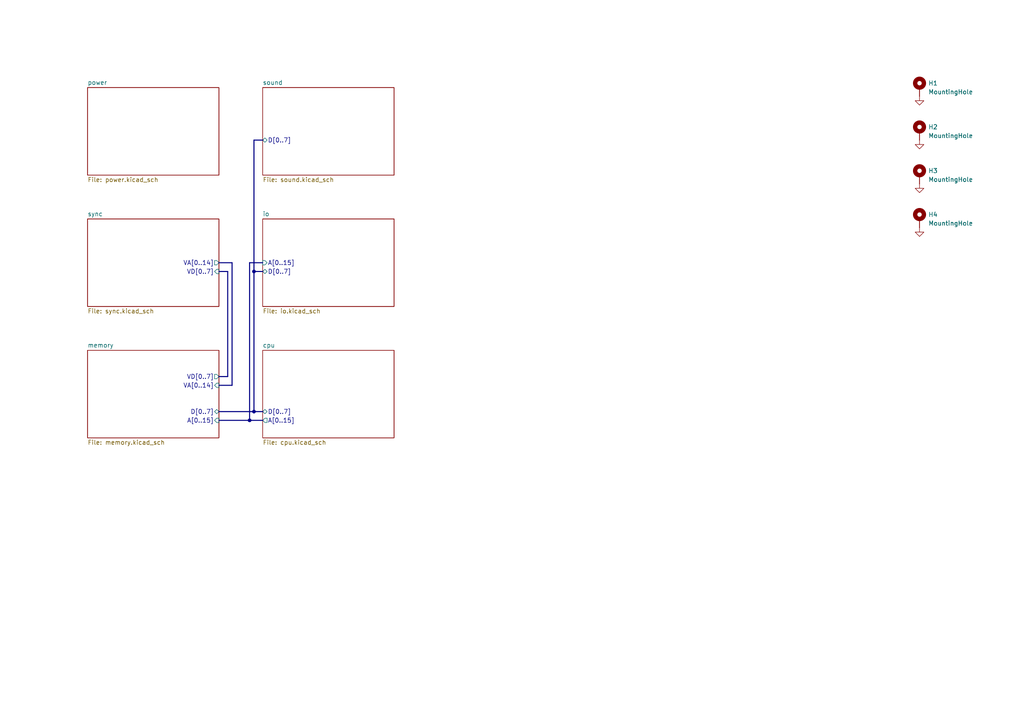
<source format=kicad_sch>
(kicad_sch (version 20230121) (generator eeschema)
  (paper "A4")
  (title_block (title "Pacific-80") (date "2023-10-11") (rev "2"))
  (lib_symbols
    (symbol "Mechanical:MountingHole_Pad" (pin_numbers hide) (pin_names (offset 1.016) hide)
      (property "Reference" "H" (at 0 6.35 0))
      (property "Value" "MountingHole_Pad" (at 0 4.445 0))
      (symbol "MountingHole_Pad_0_1"
        (circle (center 0 1.27) (radius 1.27) (stroke (width 1.27)))
      )
      (symbol "MountingHole_Pad_1_1"
        (pin input line (at 0 -2.54 90) (length 2.54) (name "1") (number "1"))
      )
    )
    (symbol "power:GND" (power) (pin_names (offset 0))
      (property "Value" "GND" (at 0 -3.81 0))
      (symbol "GND_0_1"
        (polyline (pts (xy 0 0) (xy 0 -1.27) (xy 1.27 -1.27) (xy 0 -2.54) (xy -1.27 -1.27) (xy 0 -1.27)))
      )
      (symbol "GND_1_1"
        (pin power_in line (at 0 0 270) (length 0) hide (name "GND") (number "1"))
      )
    )
  )
  (junction (at 73.66 78.74))
  (junction (at 73.66 119.38))
  (junction (at 72.39 121.92))
  (bus (pts (xy 67.31 111.76) (xy 63.5 111.76)))
  (bus (pts (xy 63.5 109.22) (xy 66.04 109.22)))
  (bus (pts (xy 66.04 109.22) (xy 66.04 78.74)))
  (bus (pts (xy 67.31 76.2) (xy 67.31 111.76)))
  (bus (pts (xy 63.5 121.92) (xy 72.39 121.92)))
  (bus (pts (xy 72.39 76.2) (xy 72.39 121.92)))
  (bus (pts (xy 73.66 40.64) (xy 76.2 40.64)))
  (bus (pts (xy 66.04 78.74) (xy 63.5 78.74)))
  (bus (pts (xy 63.5 76.2) (xy 67.31 76.2)))
  (bus (pts (xy 73.66 78.74) (xy 73.66 119.38)))
  (bus (pts (xy 76.2 76.2) (xy 72.39 76.2)))
  (bus (pts (xy 73.66 40.64) (xy 73.66 78.74)))
  (bus (pts (xy 76.2 78.74) (xy 73.66 78.74)))
  (bus (pts (xy 72.39 121.92) (xy 76.2 121.92)))
  (bus (pts (xy 73.66 119.38) (xy 76.2 119.38)))
  (bus (pts (xy 63.5 119.38) (xy 73.66 119.38)))
  (symbol (lib_id "Mechanical:MountingHole_Pad") (at 266.7 63.5 0) (unit 1)
    (property "Reference" "H4" (at 269.24 62.23 0) (effects (justify left)))
    (property "Value" "MountingHole" (at 269.24 64.77 0) (effects (justify left)))
    (property "Footprint" "MountingHole:MountingHole_4.3mm_M4_Pad_Via" (effects hide))
  )
  (symbol (lib_id "power:GND") (at 266.7 40.64 0) (unit 1)
    (property "Reference" "#PWR02" (effects hide))
    (property "Value" "GND" (effects hide))
  )
  (symbol (lib_id "power:GND") (at 266.7 53.34 0) (unit 1)
    (property "Reference" "#PWR03" (effects hide))
    (property "Value" "GND" (effects hide))
  )
  (symbol (lib_id "Mechanical:MountingHole_Pad") (at 266.7 25.4 0) (unit 1)
    (property "Reference" "H1" (at 269.24 24.13 0) (effects (justify left)))
    (property "Value" "MountingHole" (at 269.24 26.67 0) (effects (justify left)))
    (property "Footprint" "MountingHole:MountingHole_4.3mm_M4_Pad_Via" (effects hide))
  )
  (symbol (lib_id "Mechanical:MountingHole_Pad") (at 266.7 38.1 0) (unit 1)
    (property "Reference" "H2" (at 269.24 36.83 0) (effects (justify left)))
    (property "Value" "MountingHole" (at 269.24 39.37 0) (effects (justify left)))
    (property "Footprint" "MountingHole:MountingHole_4.3mm_M4_Pad_Via" (effects hide))
  )
  (symbol (lib_id "power:GND") (at 266.7 66.04 0) (unit 1)
    (property "Reference" "#PWR04" (effects hide))
    (property "Value" "GND" (effects hide))
  )
  (symbol (lib_id "Mechanical:MountingHole_Pad") (at 266.7 50.8 0) (unit 1)
    (property "Reference" "H3" (at 269.24 49.53 0) (effects (justify left)))
    (property "Value" "MountingHole" (at 269.24 52.07 0) (effects (justify left)))
    (property "Footprint" "MountingHole:MountingHole_4.3mm_M4_Pad_Via" (effects hide))
  )
  (symbol (lib_id "power:GND") (at 266.7 27.94 0) (unit 1)
    (property "Reference" "#PWR01" (effects hide))
    (property "Value" "GND" (effects hide))
  )
  (sheet (at 76.2 63.5) (size 38.1 25.4) (stroke (width 0.1524))
    (property "Sheetname" "io" (at 76.2 62.7884 0) (effects (justify left bottom)))
    (property "Sheetfile" "io.kicad_sch" (at 76.2 89.4846 0) (effects (justify left top)))
    (pin "D[0..7]" bidirectional (at 76.2 78.74 180))
    (pin "A[0..15]" input (at 76.2 76.2 180))
  )
  (sheet (at 76.2 101.6) (size 38.1 25.4) (stroke (width 0.1524))
    (property "Sheetname" "cpu" (at 76.2 100.8884 0) (effects (justify left bottom)))
    (property "Sheetfile" "cpu.kicad_sch" (at 76.2 127.5846 0) (effects (justify left top)))
    (pin "A[0..15]" output (at 76.2 121.92 180))
    (pin "D[0..7]" bidirectional (at 76.2 119.38 180))
  )
  (sheet (at 76.2 25.4) (size 38.1 25.4) (stroke (width 0.1524))
    (property "Sheetname" "sound" (at 76.2 24.6884 0) (effects (justify left bottom)))
    (property "Sheetfile" "sound.kicad_sch" (at 76.2 51.3846 0) (effects (justify left top)))
    (pin "D[0..7]" bidirectional (at 76.2 40.64 180))
  )
  (sheet (at 25.4 25.4) (size 38.1 25.4) (stroke (width 0.1524))
    (property "Sheetname" "power" (at 25.4 24.6884 0) (effects (justify left bottom)))
    (property "Sheetfile" "power.kicad_sch" (at 25.4 51.3846 0) (effects (justify left top)))
  )
  (sheet (at 25.4 63.5) (size 38.1 25.4) (stroke (width 0.1524))
    (property "Sheetname" "sync" (at 25.4 62.7884 0) (effects (justify left bottom)))
    (property "Sheetfile" "sync.kicad_sch" (at 25.4 89.4846 0) (effects (justify left top)))
    (pin "VA[0..14]" output (at 63.5 76.2 0))
    (pin "VD[0..7]" input (at 63.5 78.74 0))
  )
  (sheet (at 25.4 101.6) (size 38.1 25.4) (stroke (width 0.1524))
    (property "Sheetname" "memory" (at 25.4 100.8884 0) (effects (justify left bottom)))
    (property "Sheetfile" "memory.kicad_sch" (at 25.4 127.5846 0) (effects (justify left top)))
    (pin "VD[0..7]" output (at 63.5 109.22 0))
    (pin "A[0..15]" input (at 63.5 121.92 0))
    (pin "D[0..7]" bidirectional (at 63.5 119.38 0))
    (pin "VA[0..14]" input (at 63.5 111.76 0))
  )
)
</source>
